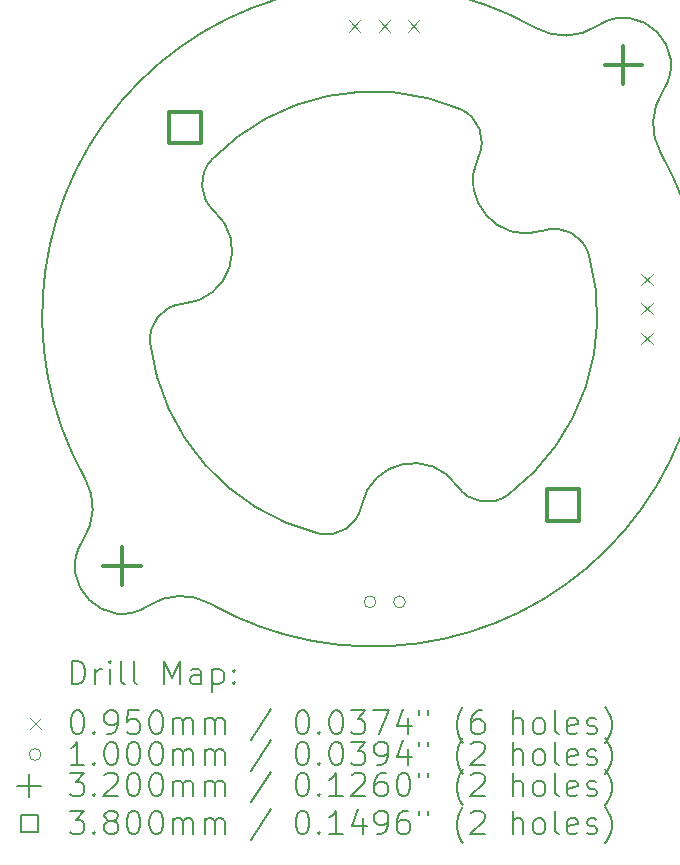
<source format=gbr>
%TF.GenerationSoftware,KiCad,Pcbnew,7.0.7*%
%TF.CreationDate,2023-12-27T16:52:28+01:00*%
%TF.ProjectId,Roborock-CPAP,526f626f-726f-4636-9b2d-435041502e6b,rev?*%
%TF.SameCoordinates,Original*%
%TF.FileFunction,Drillmap*%
%TF.FilePolarity,Positive*%
%FSLAX45Y45*%
G04 Gerber Fmt 4.5, Leading zero omitted, Abs format (unit mm)*
G04 Created by KiCad (PCBNEW 7.0.7) date 2023-12-27 16:52:28*
%MOMM*%
%LPD*%
G01*
G04 APERTURE LIST*
%ADD10C,0.200000*%
%ADD11C,0.095000*%
%ADD12C,0.100000*%
%ADD13C,0.320000*%
%ADD14C,0.380000*%
G04 APERTURE END LIST*
D10*
X14940784Y-11347419D02*
G75*
G03*
X15308351Y-11114863I73296J290909D01*
G01*
X16297546Y-8161733D02*
G75*
G03*
X16847507Y-8783769I405064J-196007D01*
G01*
X16144208Y-7754694D02*
G75*
G03*
X14041527Y-8181768I-739208J-1750306D01*
G01*
X12949982Y-11405760D02*
G75*
G03*
X12968034Y-10883840I-417122J275700D01*
G01*
X17860018Y-7604240D02*
G75*
G03*
X17841966Y-8126160I417122J-275700D01*
G01*
X12949983Y-11405761D02*
G75*
G03*
X13504239Y-11960017I333697J-220559D01*
G01*
X14041528Y-8181769D02*
G75*
G03*
X14059142Y-8616368I215282J-208931D01*
G01*
X14026160Y-11941966D02*
G75*
G03*
X17841966Y-8126160I1378840J2436966D01*
G01*
X16783839Y-7068036D02*
G75*
G03*
X17305761Y-7049983I246221J435176D01*
G01*
X17860017Y-7604239D02*
G75*
G03*
X17305761Y-7049983I-333697J220559D01*
G01*
X13795425Y-9403681D02*
G75*
G03*
X13519587Y-9739980I21855J-299199D01*
G01*
X17232693Y-8985813D02*
G75*
G03*
X16847507Y-8783769I-288583J-81977D01*
G01*
X16783840Y-7068035D02*
G75*
G03*
X12968035Y-10883840I-1378840J-2436965D01*
G01*
X16122044Y-10949592D02*
G75*
G03*
X15308351Y-11114863I-372284J-252798D01*
G01*
X16297539Y-8161730D02*
G75*
G03*
X16144208Y-7754694I-270049J130670D01*
G01*
X16551205Y-11020326D02*
G75*
G03*
X17232689Y-8985814I-1146206J1515326D01*
G01*
X14026161Y-11941964D02*
G75*
G03*
X13504239Y-11960017I-246221J-435176D01*
G01*
X13519586Y-9739980D02*
G75*
G03*
X14940784Y-11347418I1885414J234980D01*
G01*
X16122042Y-10949593D02*
G75*
G03*
X16551205Y-11020326I248188J168533D01*
G01*
X13795424Y-9403671D02*
G75*
G03*
X14059142Y-8616368I-32784J448801D01*
G01*
D11*
X15202500Y-7005000D02*
X15297500Y-7100000D01*
X15297500Y-7005000D02*
X15202500Y-7100000D01*
X15452500Y-7005000D02*
X15547500Y-7100000D01*
X15547500Y-7005000D02*
X15452500Y-7100000D01*
X15702500Y-7005000D02*
X15797500Y-7100000D01*
X15797500Y-7005000D02*
X15702500Y-7100000D01*
X17677500Y-9147500D02*
X17772500Y-9242500D01*
X17772500Y-9147500D02*
X17677500Y-9242500D01*
X17677500Y-9397500D02*
X17772500Y-9492500D01*
X17772500Y-9397500D02*
X17677500Y-9492500D01*
X17677500Y-9647500D02*
X17772500Y-9742500D01*
X17772500Y-9647500D02*
X17677500Y-9742500D01*
D12*
X15430000Y-11927500D02*
G75*
G03*
X15430000Y-11927500I-50000J0D01*
G01*
X15680000Y-11927500D02*
G75*
G03*
X15680000Y-11927500I-50000J0D01*
G01*
D13*
X13283680Y-11466320D02*
X13283680Y-11786320D01*
X13123680Y-11626320D02*
X13443680Y-11626320D01*
X17526320Y-7223680D02*
X17526320Y-7543680D01*
X17366320Y-7383680D02*
X17686320Y-7383680D01*
D14*
X13949352Y-8044352D02*
X13949352Y-7775648D01*
X13680648Y-7775648D01*
X13680648Y-8044352D01*
X13949352Y-8044352D01*
X17149352Y-11244352D02*
X17149352Y-10975648D01*
X16880648Y-10975648D01*
X16880648Y-11244352D01*
X17149352Y-11244352D01*
D10*
X12855777Y-12626484D02*
X12855777Y-12426484D01*
X12855777Y-12426484D02*
X12903396Y-12426484D01*
X12903396Y-12426484D02*
X12931967Y-12436008D01*
X12931967Y-12436008D02*
X12951015Y-12455055D01*
X12951015Y-12455055D02*
X12960539Y-12474103D01*
X12960539Y-12474103D02*
X12970062Y-12512198D01*
X12970062Y-12512198D02*
X12970062Y-12540770D01*
X12970062Y-12540770D02*
X12960539Y-12578865D01*
X12960539Y-12578865D02*
X12951015Y-12597912D01*
X12951015Y-12597912D02*
X12931967Y-12616960D01*
X12931967Y-12616960D02*
X12903396Y-12626484D01*
X12903396Y-12626484D02*
X12855777Y-12626484D01*
X13055777Y-12626484D02*
X13055777Y-12493150D01*
X13055777Y-12531246D02*
X13065301Y-12512198D01*
X13065301Y-12512198D02*
X13074824Y-12502674D01*
X13074824Y-12502674D02*
X13093872Y-12493150D01*
X13093872Y-12493150D02*
X13112920Y-12493150D01*
X13179586Y-12626484D02*
X13179586Y-12493150D01*
X13179586Y-12426484D02*
X13170062Y-12436008D01*
X13170062Y-12436008D02*
X13179586Y-12445531D01*
X13179586Y-12445531D02*
X13189110Y-12436008D01*
X13189110Y-12436008D02*
X13179586Y-12426484D01*
X13179586Y-12426484D02*
X13179586Y-12445531D01*
X13303396Y-12626484D02*
X13284348Y-12616960D01*
X13284348Y-12616960D02*
X13274824Y-12597912D01*
X13274824Y-12597912D02*
X13274824Y-12426484D01*
X13408158Y-12626484D02*
X13389110Y-12616960D01*
X13389110Y-12616960D02*
X13379586Y-12597912D01*
X13379586Y-12597912D02*
X13379586Y-12426484D01*
X13636729Y-12626484D02*
X13636729Y-12426484D01*
X13636729Y-12426484D02*
X13703396Y-12569341D01*
X13703396Y-12569341D02*
X13770062Y-12426484D01*
X13770062Y-12426484D02*
X13770062Y-12626484D01*
X13951015Y-12626484D02*
X13951015Y-12521722D01*
X13951015Y-12521722D02*
X13941491Y-12502674D01*
X13941491Y-12502674D02*
X13922443Y-12493150D01*
X13922443Y-12493150D02*
X13884348Y-12493150D01*
X13884348Y-12493150D02*
X13865301Y-12502674D01*
X13951015Y-12616960D02*
X13931967Y-12626484D01*
X13931967Y-12626484D02*
X13884348Y-12626484D01*
X13884348Y-12626484D02*
X13865301Y-12616960D01*
X13865301Y-12616960D02*
X13855777Y-12597912D01*
X13855777Y-12597912D02*
X13855777Y-12578865D01*
X13855777Y-12578865D02*
X13865301Y-12559817D01*
X13865301Y-12559817D02*
X13884348Y-12550293D01*
X13884348Y-12550293D02*
X13931967Y-12550293D01*
X13931967Y-12550293D02*
X13951015Y-12540770D01*
X14046253Y-12493150D02*
X14046253Y-12693150D01*
X14046253Y-12502674D02*
X14065301Y-12493150D01*
X14065301Y-12493150D02*
X14103396Y-12493150D01*
X14103396Y-12493150D02*
X14122443Y-12502674D01*
X14122443Y-12502674D02*
X14131967Y-12512198D01*
X14131967Y-12512198D02*
X14141491Y-12531246D01*
X14141491Y-12531246D02*
X14141491Y-12588389D01*
X14141491Y-12588389D02*
X14131967Y-12607436D01*
X14131967Y-12607436D02*
X14122443Y-12616960D01*
X14122443Y-12616960D02*
X14103396Y-12626484D01*
X14103396Y-12626484D02*
X14065301Y-12626484D01*
X14065301Y-12626484D02*
X14046253Y-12616960D01*
X14227205Y-12607436D02*
X14236729Y-12616960D01*
X14236729Y-12616960D02*
X14227205Y-12626484D01*
X14227205Y-12626484D02*
X14217682Y-12616960D01*
X14217682Y-12616960D02*
X14227205Y-12607436D01*
X14227205Y-12607436D02*
X14227205Y-12626484D01*
X14227205Y-12502674D02*
X14236729Y-12512198D01*
X14236729Y-12512198D02*
X14227205Y-12521722D01*
X14227205Y-12521722D02*
X14217682Y-12512198D01*
X14217682Y-12512198D02*
X14227205Y-12502674D01*
X14227205Y-12502674D02*
X14227205Y-12521722D01*
D11*
X12500000Y-12907500D02*
X12595000Y-13002500D01*
X12595000Y-12907500D02*
X12500000Y-13002500D01*
D10*
X12893872Y-12846484D02*
X12912920Y-12846484D01*
X12912920Y-12846484D02*
X12931967Y-12856008D01*
X12931967Y-12856008D02*
X12941491Y-12865531D01*
X12941491Y-12865531D02*
X12951015Y-12884579D01*
X12951015Y-12884579D02*
X12960539Y-12922674D01*
X12960539Y-12922674D02*
X12960539Y-12970293D01*
X12960539Y-12970293D02*
X12951015Y-13008389D01*
X12951015Y-13008389D02*
X12941491Y-13027436D01*
X12941491Y-13027436D02*
X12931967Y-13036960D01*
X12931967Y-13036960D02*
X12912920Y-13046484D01*
X12912920Y-13046484D02*
X12893872Y-13046484D01*
X12893872Y-13046484D02*
X12874824Y-13036960D01*
X12874824Y-13036960D02*
X12865301Y-13027436D01*
X12865301Y-13027436D02*
X12855777Y-13008389D01*
X12855777Y-13008389D02*
X12846253Y-12970293D01*
X12846253Y-12970293D02*
X12846253Y-12922674D01*
X12846253Y-12922674D02*
X12855777Y-12884579D01*
X12855777Y-12884579D02*
X12865301Y-12865531D01*
X12865301Y-12865531D02*
X12874824Y-12856008D01*
X12874824Y-12856008D02*
X12893872Y-12846484D01*
X13046253Y-13027436D02*
X13055777Y-13036960D01*
X13055777Y-13036960D02*
X13046253Y-13046484D01*
X13046253Y-13046484D02*
X13036729Y-13036960D01*
X13036729Y-13036960D02*
X13046253Y-13027436D01*
X13046253Y-13027436D02*
X13046253Y-13046484D01*
X13151015Y-13046484D02*
X13189110Y-13046484D01*
X13189110Y-13046484D02*
X13208158Y-13036960D01*
X13208158Y-13036960D02*
X13217682Y-13027436D01*
X13217682Y-13027436D02*
X13236729Y-12998865D01*
X13236729Y-12998865D02*
X13246253Y-12960770D01*
X13246253Y-12960770D02*
X13246253Y-12884579D01*
X13246253Y-12884579D02*
X13236729Y-12865531D01*
X13236729Y-12865531D02*
X13227205Y-12856008D01*
X13227205Y-12856008D02*
X13208158Y-12846484D01*
X13208158Y-12846484D02*
X13170062Y-12846484D01*
X13170062Y-12846484D02*
X13151015Y-12856008D01*
X13151015Y-12856008D02*
X13141491Y-12865531D01*
X13141491Y-12865531D02*
X13131967Y-12884579D01*
X13131967Y-12884579D02*
X13131967Y-12932198D01*
X13131967Y-12932198D02*
X13141491Y-12951246D01*
X13141491Y-12951246D02*
X13151015Y-12960770D01*
X13151015Y-12960770D02*
X13170062Y-12970293D01*
X13170062Y-12970293D02*
X13208158Y-12970293D01*
X13208158Y-12970293D02*
X13227205Y-12960770D01*
X13227205Y-12960770D02*
X13236729Y-12951246D01*
X13236729Y-12951246D02*
X13246253Y-12932198D01*
X13427205Y-12846484D02*
X13331967Y-12846484D01*
X13331967Y-12846484D02*
X13322443Y-12941722D01*
X13322443Y-12941722D02*
X13331967Y-12932198D01*
X13331967Y-12932198D02*
X13351015Y-12922674D01*
X13351015Y-12922674D02*
X13398634Y-12922674D01*
X13398634Y-12922674D02*
X13417682Y-12932198D01*
X13417682Y-12932198D02*
X13427205Y-12941722D01*
X13427205Y-12941722D02*
X13436729Y-12960770D01*
X13436729Y-12960770D02*
X13436729Y-13008389D01*
X13436729Y-13008389D02*
X13427205Y-13027436D01*
X13427205Y-13027436D02*
X13417682Y-13036960D01*
X13417682Y-13036960D02*
X13398634Y-13046484D01*
X13398634Y-13046484D02*
X13351015Y-13046484D01*
X13351015Y-13046484D02*
X13331967Y-13036960D01*
X13331967Y-13036960D02*
X13322443Y-13027436D01*
X13560539Y-12846484D02*
X13579586Y-12846484D01*
X13579586Y-12846484D02*
X13598634Y-12856008D01*
X13598634Y-12856008D02*
X13608158Y-12865531D01*
X13608158Y-12865531D02*
X13617682Y-12884579D01*
X13617682Y-12884579D02*
X13627205Y-12922674D01*
X13627205Y-12922674D02*
X13627205Y-12970293D01*
X13627205Y-12970293D02*
X13617682Y-13008389D01*
X13617682Y-13008389D02*
X13608158Y-13027436D01*
X13608158Y-13027436D02*
X13598634Y-13036960D01*
X13598634Y-13036960D02*
X13579586Y-13046484D01*
X13579586Y-13046484D02*
X13560539Y-13046484D01*
X13560539Y-13046484D02*
X13541491Y-13036960D01*
X13541491Y-13036960D02*
X13531967Y-13027436D01*
X13531967Y-13027436D02*
X13522443Y-13008389D01*
X13522443Y-13008389D02*
X13512920Y-12970293D01*
X13512920Y-12970293D02*
X13512920Y-12922674D01*
X13512920Y-12922674D02*
X13522443Y-12884579D01*
X13522443Y-12884579D02*
X13531967Y-12865531D01*
X13531967Y-12865531D02*
X13541491Y-12856008D01*
X13541491Y-12856008D02*
X13560539Y-12846484D01*
X13712920Y-13046484D02*
X13712920Y-12913150D01*
X13712920Y-12932198D02*
X13722443Y-12922674D01*
X13722443Y-12922674D02*
X13741491Y-12913150D01*
X13741491Y-12913150D02*
X13770063Y-12913150D01*
X13770063Y-12913150D02*
X13789110Y-12922674D01*
X13789110Y-12922674D02*
X13798634Y-12941722D01*
X13798634Y-12941722D02*
X13798634Y-13046484D01*
X13798634Y-12941722D02*
X13808158Y-12922674D01*
X13808158Y-12922674D02*
X13827205Y-12913150D01*
X13827205Y-12913150D02*
X13855777Y-12913150D01*
X13855777Y-12913150D02*
X13874824Y-12922674D01*
X13874824Y-12922674D02*
X13884348Y-12941722D01*
X13884348Y-12941722D02*
X13884348Y-13046484D01*
X13979586Y-13046484D02*
X13979586Y-12913150D01*
X13979586Y-12932198D02*
X13989110Y-12922674D01*
X13989110Y-12922674D02*
X14008158Y-12913150D01*
X14008158Y-12913150D02*
X14036729Y-12913150D01*
X14036729Y-12913150D02*
X14055777Y-12922674D01*
X14055777Y-12922674D02*
X14065301Y-12941722D01*
X14065301Y-12941722D02*
X14065301Y-13046484D01*
X14065301Y-12941722D02*
X14074824Y-12922674D01*
X14074824Y-12922674D02*
X14093872Y-12913150D01*
X14093872Y-12913150D02*
X14122443Y-12913150D01*
X14122443Y-12913150D02*
X14141491Y-12922674D01*
X14141491Y-12922674D02*
X14151015Y-12941722D01*
X14151015Y-12941722D02*
X14151015Y-13046484D01*
X14541491Y-12836960D02*
X14370063Y-13094103D01*
X14798634Y-12846484D02*
X14817682Y-12846484D01*
X14817682Y-12846484D02*
X14836729Y-12856008D01*
X14836729Y-12856008D02*
X14846253Y-12865531D01*
X14846253Y-12865531D02*
X14855777Y-12884579D01*
X14855777Y-12884579D02*
X14865301Y-12922674D01*
X14865301Y-12922674D02*
X14865301Y-12970293D01*
X14865301Y-12970293D02*
X14855777Y-13008389D01*
X14855777Y-13008389D02*
X14846253Y-13027436D01*
X14846253Y-13027436D02*
X14836729Y-13036960D01*
X14836729Y-13036960D02*
X14817682Y-13046484D01*
X14817682Y-13046484D02*
X14798634Y-13046484D01*
X14798634Y-13046484D02*
X14779586Y-13036960D01*
X14779586Y-13036960D02*
X14770063Y-13027436D01*
X14770063Y-13027436D02*
X14760539Y-13008389D01*
X14760539Y-13008389D02*
X14751015Y-12970293D01*
X14751015Y-12970293D02*
X14751015Y-12922674D01*
X14751015Y-12922674D02*
X14760539Y-12884579D01*
X14760539Y-12884579D02*
X14770063Y-12865531D01*
X14770063Y-12865531D02*
X14779586Y-12856008D01*
X14779586Y-12856008D02*
X14798634Y-12846484D01*
X14951015Y-13027436D02*
X14960539Y-13036960D01*
X14960539Y-13036960D02*
X14951015Y-13046484D01*
X14951015Y-13046484D02*
X14941491Y-13036960D01*
X14941491Y-13036960D02*
X14951015Y-13027436D01*
X14951015Y-13027436D02*
X14951015Y-13046484D01*
X15084348Y-12846484D02*
X15103396Y-12846484D01*
X15103396Y-12846484D02*
X15122444Y-12856008D01*
X15122444Y-12856008D02*
X15131967Y-12865531D01*
X15131967Y-12865531D02*
X15141491Y-12884579D01*
X15141491Y-12884579D02*
X15151015Y-12922674D01*
X15151015Y-12922674D02*
X15151015Y-12970293D01*
X15151015Y-12970293D02*
X15141491Y-13008389D01*
X15141491Y-13008389D02*
X15131967Y-13027436D01*
X15131967Y-13027436D02*
X15122444Y-13036960D01*
X15122444Y-13036960D02*
X15103396Y-13046484D01*
X15103396Y-13046484D02*
X15084348Y-13046484D01*
X15084348Y-13046484D02*
X15065301Y-13036960D01*
X15065301Y-13036960D02*
X15055777Y-13027436D01*
X15055777Y-13027436D02*
X15046253Y-13008389D01*
X15046253Y-13008389D02*
X15036729Y-12970293D01*
X15036729Y-12970293D02*
X15036729Y-12922674D01*
X15036729Y-12922674D02*
X15046253Y-12884579D01*
X15046253Y-12884579D02*
X15055777Y-12865531D01*
X15055777Y-12865531D02*
X15065301Y-12856008D01*
X15065301Y-12856008D02*
X15084348Y-12846484D01*
X15217682Y-12846484D02*
X15341491Y-12846484D01*
X15341491Y-12846484D02*
X15274825Y-12922674D01*
X15274825Y-12922674D02*
X15303396Y-12922674D01*
X15303396Y-12922674D02*
X15322444Y-12932198D01*
X15322444Y-12932198D02*
X15331967Y-12941722D01*
X15331967Y-12941722D02*
X15341491Y-12960770D01*
X15341491Y-12960770D02*
X15341491Y-13008389D01*
X15341491Y-13008389D02*
X15331967Y-13027436D01*
X15331967Y-13027436D02*
X15322444Y-13036960D01*
X15322444Y-13036960D02*
X15303396Y-13046484D01*
X15303396Y-13046484D02*
X15246253Y-13046484D01*
X15246253Y-13046484D02*
X15227206Y-13036960D01*
X15227206Y-13036960D02*
X15217682Y-13027436D01*
X15408158Y-12846484D02*
X15541491Y-12846484D01*
X15541491Y-12846484D02*
X15455777Y-13046484D01*
X15703396Y-12913150D02*
X15703396Y-13046484D01*
X15655777Y-12836960D02*
X15608158Y-12979817D01*
X15608158Y-12979817D02*
X15731967Y-12979817D01*
X15798634Y-12846484D02*
X15798634Y-12884579D01*
X15874825Y-12846484D02*
X15874825Y-12884579D01*
X16170063Y-13122674D02*
X16160539Y-13113150D01*
X16160539Y-13113150D02*
X16141491Y-13084579D01*
X16141491Y-13084579D02*
X16131968Y-13065531D01*
X16131968Y-13065531D02*
X16122444Y-13036960D01*
X16122444Y-13036960D02*
X16112920Y-12989341D01*
X16112920Y-12989341D02*
X16112920Y-12951246D01*
X16112920Y-12951246D02*
X16122444Y-12903627D01*
X16122444Y-12903627D02*
X16131968Y-12875055D01*
X16131968Y-12875055D02*
X16141491Y-12856008D01*
X16141491Y-12856008D02*
X16160539Y-12827436D01*
X16160539Y-12827436D02*
X16170063Y-12817912D01*
X16331968Y-12846484D02*
X16293872Y-12846484D01*
X16293872Y-12846484D02*
X16274825Y-12856008D01*
X16274825Y-12856008D02*
X16265301Y-12865531D01*
X16265301Y-12865531D02*
X16246253Y-12894103D01*
X16246253Y-12894103D02*
X16236729Y-12932198D01*
X16236729Y-12932198D02*
X16236729Y-13008389D01*
X16236729Y-13008389D02*
X16246253Y-13027436D01*
X16246253Y-13027436D02*
X16255777Y-13036960D01*
X16255777Y-13036960D02*
X16274825Y-13046484D01*
X16274825Y-13046484D02*
X16312920Y-13046484D01*
X16312920Y-13046484D02*
X16331968Y-13036960D01*
X16331968Y-13036960D02*
X16341491Y-13027436D01*
X16341491Y-13027436D02*
X16351015Y-13008389D01*
X16351015Y-13008389D02*
X16351015Y-12960770D01*
X16351015Y-12960770D02*
X16341491Y-12941722D01*
X16341491Y-12941722D02*
X16331968Y-12932198D01*
X16331968Y-12932198D02*
X16312920Y-12922674D01*
X16312920Y-12922674D02*
X16274825Y-12922674D01*
X16274825Y-12922674D02*
X16255777Y-12932198D01*
X16255777Y-12932198D02*
X16246253Y-12941722D01*
X16246253Y-12941722D02*
X16236729Y-12960770D01*
X16589110Y-13046484D02*
X16589110Y-12846484D01*
X16674825Y-13046484D02*
X16674825Y-12941722D01*
X16674825Y-12941722D02*
X16665301Y-12922674D01*
X16665301Y-12922674D02*
X16646253Y-12913150D01*
X16646253Y-12913150D02*
X16617682Y-12913150D01*
X16617682Y-12913150D02*
X16598634Y-12922674D01*
X16598634Y-12922674D02*
X16589110Y-12932198D01*
X16798634Y-13046484D02*
X16779587Y-13036960D01*
X16779587Y-13036960D02*
X16770063Y-13027436D01*
X16770063Y-13027436D02*
X16760539Y-13008389D01*
X16760539Y-13008389D02*
X16760539Y-12951246D01*
X16760539Y-12951246D02*
X16770063Y-12932198D01*
X16770063Y-12932198D02*
X16779587Y-12922674D01*
X16779587Y-12922674D02*
X16798634Y-12913150D01*
X16798634Y-12913150D02*
X16827206Y-12913150D01*
X16827206Y-12913150D02*
X16846253Y-12922674D01*
X16846253Y-12922674D02*
X16855777Y-12932198D01*
X16855777Y-12932198D02*
X16865301Y-12951246D01*
X16865301Y-12951246D02*
X16865301Y-13008389D01*
X16865301Y-13008389D02*
X16855777Y-13027436D01*
X16855777Y-13027436D02*
X16846253Y-13036960D01*
X16846253Y-13036960D02*
X16827206Y-13046484D01*
X16827206Y-13046484D02*
X16798634Y-13046484D01*
X16979587Y-13046484D02*
X16960539Y-13036960D01*
X16960539Y-13036960D02*
X16951015Y-13017912D01*
X16951015Y-13017912D02*
X16951015Y-12846484D01*
X17131968Y-13036960D02*
X17112920Y-13046484D01*
X17112920Y-13046484D02*
X17074825Y-13046484D01*
X17074825Y-13046484D02*
X17055777Y-13036960D01*
X17055777Y-13036960D02*
X17046253Y-13017912D01*
X17046253Y-13017912D02*
X17046253Y-12941722D01*
X17046253Y-12941722D02*
X17055777Y-12922674D01*
X17055777Y-12922674D02*
X17074825Y-12913150D01*
X17074825Y-12913150D02*
X17112920Y-12913150D01*
X17112920Y-12913150D02*
X17131968Y-12922674D01*
X17131968Y-12922674D02*
X17141492Y-12941722D01*
X17141492Y-12941722D02*
X17141492Y-12960770D01*
X17141492Y-12960770D02*
X17046253Y-12979817D01*
X17217682Y-13036960D02*
X17236730Y-13046484D01*
X17236730Y-13046484D02*
X17274825Y-13046484D01*
X17274825Y-13046484D02*
X17293873Y-13036960D01*
X17293873Y-13036960D02*
X17303396Y-13017912D01*
X17303396Y-13017912D02*
X17303396Y-13008389D01*
X17303396Y-13008389D02*
X17293873Y-12989341D01*
X17293873Y-12989341D02*
X17274825Y-12979817D01*
X17274825Y-12979817D02*
X17246253Y-12979817D01*
X17246253Y-12979817D02*
X17227206Y-12970293D01*
X17227206Y-12970293D02*
X17217682Y-12951246D01*
X17217682Y-12951246D02*
X17217682Y-12941722D01*
X17217682Y-12941722D02*
X17227206Y-12922674D01*
X17227206Y-12922674D02*
X17246253Y-12913150D01*
X17246253Y-12913150D02*
X17274825Y-12913150D01*
X17274825Y-12913150D02*
X17293873Y-12922674D01*
X17370063Y-13122674D02*
X17379587Y-13113150D01*
X17379587Y-13113150D02*
X17398634Y-13084579D01*
X17398634Y-13084579D02*
X17408158Y-13065531D01*
X17408158Y-13065531D02*
X17417682Y-13036960D01*
X17417682Y-13036960D02*
X17427206Y-12989341D01*
X17427206Y-12989341D02*
X17427206Y-12951246D01*
X17427206Y-12951246D02*
X17417682Y-12903627D01*
X17417682Y-12903627D02*
X17408158Y-12875055D01*
X17408158Y-12875055D02*
X17398634Y-12856008D01*
X17398634Y-12856008D02*
X17379587Y-12827436D01*
X17379587Y-12827436D02*
X17370063Y-12817912D01*
D12*
X12595000Y-13219000D02*
G75*
G03*
X12595000Y-13219000I-50000J0D01*
G01*
D10*
X12960539Y-13310484D02*
X12846253Y-13310484D01*
X12903396Y-13310484D02*
X12903396Y-13110484D01*
X12903396Y-13110484D02*
X12884348Y-13139055D01*
X12884348Y-13139055D02*
X12865301Y-13158103D01*
X12865301Y-13158103D02*
X12846253Y-13167627D01*
X13046253Y-13291436D02*
X13055777Y-13300960D01*
X13055777Y-13300960D02*
X13046253Y-13310484D01*
X13046253Y-13310484D02*
X13036729Y-13300960D01*
X13036729Y-13300960D02*
X13046253Y-13291436D01*
X13046253Y-13291436D02*
X13046253Y-13310484D01*
X13179586Y-13110484D02*
X13198634Y-13110484D01*
X13198634Y-13110484D02*
X13217682Y-13120008D01*
X13217682Y-13120008D02*
X13227205Y-13129531D01*
X13227205Y-13129531D02*
X13236729Y-13148579D01*
X13236729Y-13148579D02*
X13246253Y-13186674D01*
X13246253Y-13186674D02*
X13246253Y-13234293D01*
X13246253Y-13234293D02*
X13236729Y-13272389D01*
X13236729Y-13272389D02*
X13227205Y-13291436D01*
X13227205Y-13291436D02*
X13217682Y-13300960D01*
X13217682Y-13300960D02*
X13198634Y-13310484D01*
X13198634Y-13310484D02*
X13179586Y-13310484D01*
X13179586Y-13310484D02*
X13160539Y-13300960D01*
X13160539Y-13300960D02*
X13151015Y-13291436D01*
X13151015Y-13291436D02*
X13141491Y-13272389D01*
X13141491Y-13272389D02*
X13131967Y-13234293D01*
X13131967Y-13234293D02*
X13131967Y-13186674D01*
X13131967Y-13186674D02*
X13141491Y-13148579D01*
X13141491Y-13148579D02*
X13151015Y-13129531D01*
X13151015Y-13129531D02*
X13160539Y-13120008D01*
X13160539Y-13120008D02*
X13179586Y-13110484D01*
X13370062Y-13110484D02*
X13389110Y-13110484D01*
X13389110Y-13110484D02*
X13408158Y-13120008D01*
X13408158Y-13120008D02*
X13417682Y-13129531D01*
X13417682Y-13129531D02*
X13427205Y-13148579D01*
X13427205Y-13148579D02*
X13436729Y-13186674D01*
X13436729Y-13186674D02*
X13436729Y-13234293D01*
X13436729Y-13234293D02*
X13427205Y-13272389D01*
X13427205Y-13272389D02*
X13417682Y-13291436D01*
X13417682Y-13291436D02*
X13408158Y-13300960D01*
X13408158Y-13300960D02*
X13389110Y-13310484D01*
X13389110Y-13310484D02*
X13370062Y-13310484D01*
X13370062Y-13310484D02*
X13351015Y-13300960D01*
X13351015Y-13300960D02*
X13341491Y-13291436D01*
X13341491Y-13291436D02*
X13331967Y-13272389D01*
X13331967Y-13272389D02*
X13322443Y-13234293D01*
X13322443Y-13234293D02*
X13322443Y-13186674D01*
X13322443Y-13186674D02*
X13331967Y-13148579D01*
X13331967Y-13148579D02*
X13341491Y-13129531D01*
X13341491Y-13129531D02*
X13351015Y-13120008D01*
X13351015Y-13120008D02*
X13370062Y-13110484D01*
X13560539Y-13110484D02*
X13579586Y-13110484D01*
X13579586Y-13110484D02*
X13598634Y-13120008D01*
X13598634Y-13120008D02*
X13608158Y-13129531D01*
X13608158Y-13129531D02*
X13617682Y-13148579D01*
X13617682Y-13148579D02*
X13627205Y-13186674D01*
X13627205Y-13186674D02*
X13627205Y-13234293D01*
X13627205Y-13234293D02*
X13617682Y-13272389D01*
X13617682Y-13272389D02*
X13608158Y-13291436D01*
X13608158Y-13291436D02*
X13598634Y-13300960D01*
X13598634Y-13300960D02*
X13579586Y-13310484D01*
X13579586Y-13310484D02*
X13560539Y-13310484D01*
X13560539Y-13310484D02*
X13541491Y-13300960D01*
X13541491Y-13300960D02*
X13531967Y-13291436D01*
X13531967Y-13291436D02*
X13522443Y-13272389D01*
X13522443Y-13272389D02*
X13512920Y-13234293D01*
X13512920Y-13234293D02*
X13512920Y-13186674D01*
X13512920Y-13186674D02*
X13522443Y-13148579D01*
X13522443Y-13148579D02*
X13531967Y-13129531D01*
X13531967Y-13129531D02*
X13541491Y-13120008D01*
X13541491Y-13120008D02*
X13560539Y-13110484D01*
X13712920Y-13310484D02*
X13712920Y-13177150D01*
X13712920Y-13196198D02*
X13722443Y-13186674D01*
X13722443Y-13186674D02*
X13741491Y-13177150D01*
X13741491Y-13177150D02*
X13770063Y-13177150D01*
X13770063Y-13177150D02*
X13789110Y-13186674D01*
X13789110Y-13186674D02*
X13798634Y-13205722D01*
X13798634Y-13205722D02*
X13798634Y-13310484D01*
X13798634Y-13205722D02*
X13808158Y-13186674D01*
X13808158Y-13186674D02*
X13827205Y-13177150D01*
X13827205Y-13177150D02*
X13855777Y-13177150D01*
X13855777Y-13177150D02*
X13874824Y-13186674D01*
X13874824Y-13186674D02*
X13884348Y-13205722D01*
X13884348Y-13205722D02*
X13884348Y-13310484D01*
X13979586Y-13310484D02*
X13979586Y-13177150D01*
X13979586Y-13196198D02*
X13989110Y-13186674D01*
X13989110Y-13186674D02*
X14008158Y-13177150D01*
X14008158Y-13177150D02*
X14036729Y-13177150D01*
X14036729Y-13177150D02*
X14055777Y-13186674D01*
X14055777Y-13186674D02*
X14065301Y-13205722D01*
X14065301Y-13205722D02*
X14065301Y-13310484D01*
X14065301Y-13205722D02*
X14074824Y-13186674D01*
X14074824Y-13186674D02*
X14093872Y-13177150D01*
X14093872Y-13177150D02*
X14122443Y-13177150D01*
X14122443Y-13177150D02*
X14141491Y-13186674D01*
X14141491Y-13186674D02*
X14151015Y-13205722D01*
X14151015Y-13205722D02*
X14151015Y-13310484D01*
X14541491Y-13100960D02*
X14370063Y-13358103D01*
X14798634Y-13110484D02*
X14817682Y-13110484D01*
X14817682Y-13110484D02*
X14836729Y-13120008D01*
X14836729Y-13120008D02*
X14846253Y-13129531D01*
X14846253Y-13129531D02*
X14855777Y-13148579D01*
X14855777Y-13148579D02*
X14865301Y-13186674D01*
X14865301Y-13186674D02*
X14865301Y-13234293D01*
X14865301Y-13234293D02*
X14855777Y-13272389D01*
X14855777Y-13272389D02*
X14846253Y-13291436D01*
X14846253Y-13291436D02*
X14836729Y-13300960D01*
X14836729Y-13300960D02*
X14817682Y-13310484D01*
X14817682Y-13310484D02*
X14798634Y-13310484D01*
X14798634Y-13310484D02*
X14779586Y-13300960D01*
X14779586Y-13300960D02*
X14770063Y-13291436D01*
X14770063Y-13291436D02*
X14760539Y-13272389D01*
X14760539Y-13272389D02*
X14751015Y-13234293D01*
X14751015Y-13234293D02*
X14751015Y-13186674D01*
X14751015Y-13186674D02*
X14760539Y-13148579D01*
X14760539Y-13148579D02*
X14770063Y-13129531D01*
X14770063Y-13129531D02*
X14779586Y-13120008D01*
X14779586Y-13120008D02*
X14798634Y-13110484D01*
X14951015Y-13291436D02*
X14960539Y-13300960D01*
X14960539Y-13300960D02*
X14951015Y-13310484D01*
X14951015Y-13310484D02*
X14941491Y-13300960D01*
X14941491Y-13300960D02*
X14951015Y-13291436D01*
X14951015Y-13291436D02*
X14951015Y-13310484D01*
X15084348Y-13110484D02*
X15103396Y-13110484D01*
X15103396Y-13110484D02*
X15122444Y-13120008D01*
X15122444Y-13120008D02*
X15131967Y-13129531D01*
X15131967Y-13129531D02*
X15141491Y-13148579D01*
X15141491Y-13148579D02*
X15151015Y-13186674D01*
X15151015Y-13186674D02*
X15151015Y-13234293D01*
X15151015Y-13234293D02*
X15141491Y-13272389D01*
X15141491Y-13272389D02*
X15131967Y-13291436D01*
X15131967Y-13291436D02*
X15122444Y-13300960D01*
X15122444Y-13300960D02*
X15103396Y-13310484D01*
X15103396Y-13310484D02*
X15084348Y-13310484D01*
X15084348Y-13310484D02*
X15065301Y-13300960D01*
X15065301Y-13300960D02*
X15055777Y-13291436D01*
X15055777Y-13291436D02*
X15046253Y-13272389D01*
X15046253Y-13272389D02*
X15036729Y-13234293D01*
X15036729Y-13234293D02*
X15036729Y-13186674D01*
X15036729Y-13186674D02*
X15046253Y-13148579D01*
X15046253Y-13148579D02*
X15055777Y-13129531D01*
X15055777Y-13129531D02*
X15065301Y-13120008D01*
X15065301Y-13120008D02*
X15084348Y-13110484D01*
X15217682Y-13110484D02*
X15341491Y-13110484D01*
X15341491Y-13110484D02*
X15274825Y-13186674D01*
X15274825Y-13186674D02*
X15303396Y-13186674D01*
X15303396Y-13186674D02*
X15322444Y-13196198D01*
X15322444Y-13196198D02*
X15331967Y-13205722D01*
X15331967Y-13205722D02*
X15341491Y-13224770D01*
X15341491Y-13224770D02*
X15341491Y-13272389D01*
X15341491Y-13272389D02*
X15331967Y-13291436D01*
X15331967Y-13291436D02*
X15322444Y-13300960D01*
X15322444Y-13300960D02*
X15303396Y-13310484D01*
X15303396Y-13310484D02*
X15246253Y-13310484D01*
X15246253Y-13310484D02*
X15227206Y-13300960D01*
X15227206Y-13300960D02*
X15217682Y-13291436D01*
X15436729Y-13310484D02*
X15474825Y-13310484D01*
X15474825Y-13310484D02*
X15493872Y-13300960D01*
X15493872Y-13300960D02*
X15503396Y-13291436D01*
X15503396Y-13291436D02*
X15522444Y-13262865D01*
X15522444Y-13262865D02*
X15531967Y-13224770D01*
X15531967Y-13224770D02*
X15531967Y-13148579D01*
X15531967Y-13148579D02*
X15522444Y-13129531D01*
X15522444Y-13129531D02*
X15512920Y-13120008D01*
X15512920Y-13120008D02*
X15493872Y-13110484D01*
X15493872Y-13110484D02*
X15455777Y-13110484D01*
X15455777Y-13110484D02*
X15436729Y-13120008D01*
X15436729Y-13120008D02*
X15427206Y-13129531D01*
X15427206Y-13129531D02*
X15417682Y-13148579D01*
X15417682Y-13148579D02*
X15417682Y-13196198D01*
X15417682Y-13196198D02*
X15427206Y-13215246D01*
X15427206Y-13215246D02*
X15436729Y-13224770D01*
X15436729Y-13224770D02*
X15455777Y-13234293D01*
X15455777Y-13234293D02*
X15493872Y-13234293D01*
X15493872Y-13234293D02*
X15512920Y-13224770D01*
X15512920Y-13224770D02*
X15522444Y-13215246D01*
X15522444Y-13215246D02*
X15531967Y-13196198D01*
X15703396Y-13177150D02*
X15703396Y-13310484D01*
X15655777Y-13100960D02*
X15608158Y-13243817D01*
X15608158Y-13243817D02*
X15731967Y-13243817D01*
X15798634Y-13110484D02*
X15798634Y-13148579D01*
X15874825Y-13110484D02*
X15874825Y-13148579D01*
X16170063Y-13386674D02*
X16160539Y-13377150D01*
X16160539Y-13377150D02*
X16141491Y-13348579D01*
X16141491Y-13348579D02*
X16131968Y-13329531D01*
X16131968Y-13329531D02*
X16122444Y-13300960D01*
X16122444Y-13300960D02*
X16112920Y-13253341D01*
X16112920Y-13253341D02*
X16112920Y-13215246D01*
X16112920Y-13215246D02*
X16122444Y-13167627D01*
X16122444Y-13167627D02*
X16131968Y-13139055D01*
X16131968Y-13139055D02*
X16141491Y-13120008D01*
X16141491Y-13120008D02*
X16160539Y-13091436D01*
X16160539Y-13091436D02*
X16170063Y-13081912D01*
X16236729Y-13129531D02*
X16246253Y-13120008D01*
X16246253Y-13120008D02*
X16265301Y-13110484D01*
X16265301Y-13110484D02*
X16312920Y-13110484D01*
X16312920Y-13110484D02*
X16331968Y-13120008D01*
X16331968Y-13120008D02*
X16341491Y-13129531D01*
X16341491Y-13129531D02*
X16351015Y-13148579D01*
X16351015Y-13148579D02*
X16351015Y-13167627D01*
X16351015Y-13167627D02*
X16341491Y-13196198D01*
X16341491Y-13196198D02*
X16227206Y-13310484D01*
X16227206Y-13310484D02*
X16351015Y-13310484D01*
X16589110Y-13310484D02*
X16589110Y-13110484D01*
X16674825Y-13310484D02*
X16674825Y-13205722D01*
X16674825Y-13205722D02*
X16665301Y-13186674D01*
X16665301Y-13186674D02*
X16646253Y-13177150D01*
X16646253Y-13177150D02*
X16617682Y-13177150D01*
X16617682Y-13177150D02*
X16598634Y-13186674D01*
X16598634Y-13186674D02*
X16589110Y-13196198D01*
X16798634Y-13310484D02*
X16779587Y-13300960D01*
X16779587Y-13300960D02*
X16770063Y-13291436D01*
X16770063Y-13291436D02*
X16760539Y-13272389D01*
X16760539Y-13272389D02*
X16760539Y-13215246D01*
X16760539Y-13215246D02*
X16770063Y-13196198D01*
X16770063Y-13196198D02*
X16779587Y-13186674D01*
X16779587Y-13186674D02*
X16798634Y-13177150D01*
X16798634Y-13177150D02*
X16827206Y-13177150D01*
X16827206Y-13177150D02*
X16846253Y-13186674D01*
X16846253Y-13186674D02*
X16855777Y-13196198D01*
X16855777Y-13196198D02*
X16865301Y-13215246D01*
X16865301Y-13215246D02*
X16865301Y-13272389D01*
X16865301Y-13272389D02*
X16855777Y-13291436D01*
X16855777Y-13291436D02*
X16846253Y-13300960D01*
X16846253Y-13300960D02*
X16827206Y-13310484D01*
X16827206Y-13310484D02*
X16798634Y-13310484D01*
X16979587Y-13310484D02*
X16960539Y-13300960D01*
X16960539Y-13300960D02*
X16951015Y-13281912D01*
X16951015Y-13281912D02*
X16951015Y-13110484D01*
X17131968Y-13300960D02*
X17112920Y-13310484D01*
X17112920Y-13310484D02*
X17074825Y-13310484D01*
X17074825Y-13310484D02*
X17055777Y-13300960D01*
X17055777Y-13300960D02*
X17046253Y-13281912D01*
X17046253Y-13281912D02*
X17046253Y-13205722D01*
X17046253Y-13205722D02*
X17055777Y-13186674D01*
X17055777Y-13186674D02*
X17074825Y-13177150D01*
X17074825Y-13177150D02*
X17112920Y-13177150D01*
X17112920Y-13177150D02*
X17131968Y-13186674D01*
X17131968Y-13186674D02*
X17141492Y-13205722D01*
X17141492Y-13205722D02*
X17141492Y-13224770D01*
X17141492Y-13224770D02*
X17046253Y-13243817D01*
X17217682Y-13300960D02*
X17236730Y-13310484D01*
X17236730Y-13310484D02*
X17274825Y-13310484D01*
X17274825Y-13310484D02*
X17293873Y-13300960D01*
X17293873Y-13300960D02*
X17303396Y-13281912D01*
X17303396Y-13281912D02*
X17303396Y-13272389D01*
X17303396Y-13272389D02*
X17293873Y-13253341D01*
X17293873Y-13253341D02*
X17274825Y-13243817D01*
X17274825Y-13243817D02*
X17246253Y-13243817D01*
X17246253Y-13243817D02*
X17227206Y-13234293D01*
X17227206Y-13234293D02*
X17217682Y-13215246D01*
X17217682Y-13215246D02*
X17217682Y-13205722D01*
X17217682Y-13205722D02*
X17227206Y-13186674D01*
X17227206Y-13186674D02*
X17246253Y-13177150D01*
X17246253Y-13177150D02*
X17274825Y-13177150D01*
X17274825Y-13177150D02*
X17293873Y-13186674D01*
X17370063Y-13386674D02*
X17379587Y-13377150D01*
X17379587Y-13377150D02*
X17398634Y-13348579D01*
X17398634Y-13348579D02*
X17408158Y-13329531D01*
X17408158Y-13329531D02*
X17417682Y-13300960D01*
X17417682Y-13300960D02*
X17427206Y-13253341D01*
X17427206Y-13253341D02*
X17427206Y-13215246D01*
X17427206Y-13215246D02*
X17417682Y-13167627D01*
X17417682Y-13167627D02*
X17408158Y-13139055D01*
X17408158Y-13139055D02*
X17398634Y-13120008D01*
X17398634Y-13120008D02*
X17379587Y-13091436D01*
X17379587Y-13091436D02*
X17370063Y-13081912D01*
X12495000Y-13383000D02*
X12495000Y-13583000D01*
X12395000Y-13483000D02*
X12595000Y-13483000D01*
X12836729Y-13374484D02*
X12960539Y-13374484D01*
X12960539Y-13374484D02*
X12893872Y-13450674D01*
X12893872Y-13450674D02*
X12922443Y-13450674D01*
X12922443Y-13450674D02*
X12941491Y-13460198D01*
X12941491Y-13460198D02*
X12951015Y-13469722D01*
X12951015Y-13469722D02*
X12960539Y-13488770D01*
X12960539Y-13488770D02*
X12960539Y-13536389D01*
X12960539Y-13536389D02*
X12951015Y-13555436D01*
X12951015Y-13555436D02*
X12941491Y-13564960D01*
X12941491Y-13564960D02*
X12922443Y-13574484D01*
X12922443Y-13574484D02*
X12865301Y-13574484D01*
X12865301Y-13574484D02*
X12846253Y-13564960D01*
X12846253Y-13564960D02*
X12836729Y-13555436D01*
X13046253Y-13555436D02*
X13055777Y-13564960D01*
X13055777Y-13564960D02*
X13046253Y-13574484D01*
X13046253Y-13574484D02*
X13036729Y-13564960D01*
X13036729Y-13564960D02*
X13046253Y-13555436D01*
X13046253Y-13555436D02*
X13046253Y-13574484D01*
X13131967Y-13393531D02*
X13141491Y-13384008D01*
X13141491Y-13384008D02*
X13160539Y-13374484D01*
X13160539Y-13374484D02*
X13208158Y-13374484D01*
X13208158Y-13374484D02*
X13227205Y-13384008D01*
X13227205Y-13384008D02*
X13236729Y-13393531D01*
X13236729Y-13393531D02*
X13246253Y-13412579D01*
X13246253Y-13412579D02*
X13246253Y-13431627D01*
X13246253Y-13431627D02*
X13236729Y-13460198D01*
X13236729Y-13460198D02*
X13122443Y-13574484D01*
X13122443Y-13574484D02*
X13246253Y-13574484D01*
X13370062Y-13374484D02*
X13389110Y-13374484D01*
X13389110Y-13374484D02*
X13408158Y-13384008D01*
X13408158Y-13384008D02*
X13417682Y-13393531D01*
X13417682Y-13393531D02*
X13427205Y-13412579D01*
X13427205Y-13412579D02*
X13436729Y-13450674D01*
X13436729Y-13450674D02*
X13436729Y-13498293D01*
X13436729Y-13498293D02*
X13427205Y-13536389D01*
X13427205Y-13536389D02*
X13417682Y-13555436D01*
X13417682Y-13555436D02*
X13408158Y-13564960D01*
X13408158Y-13564960D02*
X13389110Y-13574484D01*
X13389110Y-13574484D02*
X13370062Y-13574484D01*
X13370062Y-13574484D02*
X13351015Y-13564960D01*
X13351015Y-13564960D02*
X13341491Y-13555436D01*
X13341491Y-13555436D02*
X13331967Y-13536389D01*
X13331967Y-13536389D02*
X13322443Y-13498293D01*
X13322443Y-13498293D02*
X13322443Y-13450674D01*
X13322443Y-13450674D02*
X13331967Y-13412579D01*
X13331967Y-13412579D02*
X13341491Y-13393531D01*
X13341491Y-13393531D02*
X13351015Y-13384008D01*
X13351015Y-13384008D02*
X13370062Y-13374484D01*
X13560539Y-13374484D02*
X13579586Y-13374484D01*
X13579586Y-13374484D02*
X13598634Y-13384008D01*
X13598634Y-13384008D02*
X13608158Y-13393531D01*
X13608158Y-13393531D02*
X13617682Y-13412579D01*
X13617682Y-13412579D02*
X13627205Y-13450674D01*
X13627205Y-13450674D02*
X13627205Y-13498293D01*
X13627205Y-13498293D02*
X13617682Y-13536389D01*
X13617682Y-13536389D02*
X13608158Y-13555436D01*
X13608158Y-13555436D02*
X13598634Y-13564960D01*
X13598634Y-13564960D02*
X13579586Y-13574484D01*
X13579586Y-13574484D02*
X13560539Y-13574484D01*
X13560539Y-13574484D02*
X13541491Y-13564960D01*
X13541491Y-13564960D02*
X13531967Y-13555436D01*
X13531967Y-13555436D02*
X13522443Y-13536389D01*
X13522443Y-13536389D02*
X13512920Y-13498293D01*
X13512920Y-13498293D02*
X13512920Y-13450674D01*
X13512920Y-13450674D02*
X13522443Y-13412579D01*
X13522443Y-13412579D02*
X13531967Y-13393531D01*
X13531967Y-13393531D02*
X13541491Y-13384008D01*
X13541491Y-13384008D02*
X13560539Y-13374484D01*
X13712920Y-13574484D02*
X13712920Y-13441150D01*
X13712920Y-13460198D02*
X13722443Y-13450674D01*
X13722443Y-13450674D02*
X13741491Y-13441150D01*
X13741491Y-13441150D02*
X13770063Y-13441150D01*
X13770063Y-13441150D02*
X13789110Y-13450674D01*
X13789110Y-13450674D02*
X13798634Y-13469722D01*
X13798634Y-13469722D02*
X13798634Y-13574484D01*
X13798634Y-13469722D02*
X13808158Y-13450674D01*
X13808158Y-13450674D02*
X13827205Y-13441150D01*
X13827205Y-13441150D02*
X13855777Y-13441150D01*
X13855777Y-13441150D02*
X13874824Y-13450674D01*
X13874824Y-13450674D02*
X13884348Y-13469722D01*
X13884348Y-13469722D02*
X13884348Y-13574484D01*
X13979586Y-13574484D02*
X13979586Y-13441150D01*
X13979586Y-13460198D02*
X13989110Y-13450674D01*
X13989110Y-13450674D02*
X14008158Y-13441150D01*
X14008158Y-13441150D02*
X14036729Y-13441150D01*
X14036729Y-13441150D02*
X14055777Y-13450674D01*
X14055777Y-13450674D02*
X14065301Y-13469722D01*
X14065301Y-13469722D02*
X14065301Y-13574484D01*
X14065301Y-13469722D02*
X14074824Y-13450674D01*
X14074824Y-13450674D02*
X14093872Y-13441150D01*
X14093872Y-13441150D02*
X14122443Y-13441150D01*
X14122443Y-13441150D02*
X14141491Y-13450674D01*
X14141491Y-13450674D02*
X14151015Y-13469722D01*
X14151015Y-13469722D02*
X14151015Y-13574484D01*
X14541491Y-13364960D02*
X14370063Y-13622103D01*
X14798634Y-13374484D02*
X14817682Y-13374484D01*
X14817682Y-13374484D02*
X14836729Y-13384008D01*
X14836729Y-13384008D02*
X14846253Y-13393531D01*
X14846253Y-13393531D02*
X14855777Y-13412579D01*
X14855777Y-13412579D02*
X14865301Y-13450674D01*
X14865301Y-13450674D02*
X14865301Y-13498293D01*
X14865301Y-13498293D02*
X14855777Y-13536389D01*
X14855777Y-13536389D02*
X14846253Y-13555436D01*
X14846253Y-13555436D02*
X14836729Y-13564960D01*
X14836729Y-13564960D02*
X14817682Y-13574484D01*
X14817682Y-13574484D02*
X14798634Y-13574484D01*
X14798634Y-13574484D02*
X14779586Y-13564960D01*
X14779586Y-13564960D02*
X14770063Y-13555436D01*
X14770063Y-13555436D02*
X14760539Y-13536389D01*
X14760539Y-13536389D02*
X14751015Y-13498293D01*
X14751015Y-13498293D02*
X14751015Y-13450674D01*
X14751015Y-13450674D02*
X14760539Y-13412579D01*
X14760539Y-13412579D02*
X14770063Y-13393531D01*
X14770063Y-13393531D02*
X14779586Y-13384008D01*
X14779586Y-13384008D02*
X14798634Y-13374484D01*
X14951015Y-13555436D02*
X14960539Y-13564960D01*
X14960539Y-13564960D02*
X14951015Y-13574484D01*
X14951015Y-13574484D02*
X14941491Y-13564960D01*
X14941491Y-13564960D02*
X14951015Y-13555436D01*
X14951015Y-13555436D02*
X14951015Y-13574484D01*
X15151015Y-13574484D02*
X15036729Y-13574484D01*
X15093872Y-13574484D02*
X15093872Y-13374484D01*
X15093872Y-13374484D02*
X15074825Y-13403055D01*
X15074825Y-13403055D02*
X15055777Y-13422103D01*
X15055777Y-13422103D02*
X15036729Y-13431627D01*
X15227206Y-13393531D02*
X15236729Y-13384008D01*
X15236729Y-13384008D02*
X15255777Y-13374484D01*
X15255777Y-13374484D02*
X15303396Y-13374484D01*
X15303396Y-13374484D02*
X15322444Y-13384008D01*
X15322444Y-13384008D02*
X15331967Y-13393531D01*
X15331967Y-13393531D02*
X15341491Y-13412579D01*
X15341491Y-13412579D02*
X15341491Y-13431627D01*
X15341491Y-13431627D02*
X15331967Y-13460198D01*
X15331967Y-13460198D02*
X15217682Y-13574484D01*
X15217682Y-13574484D02*
X15341491Y-13574484D01*
X15512920Y-13374484D02*
X15474825Y-13374484D01*
X15474825Y-13374484D02*
X15455777Y-13384008D01*
X15455777Y-13384008D02*
X15446253Y-13393531D01*
X15446253Y-13393531D02*
X15427206Y-13422103D01*
X15427206Y-13422103D02*
X15417682Y-13460198D01*
X15417682Y-13460198D02*
X15417682Y-13536389D01*
X15417682Y-13536389D02*
X15427206Y-13555436D01*
X15427206Y-13555436D02*
X15436729Y-13564960D01*
X15436729Y-13564960D02*
X15455777Y-13574484D01*
X15455777Y-13574484D02*
X15493872Y-13574484D01*
X15493872Y-13574484D02*
X15512920Y-13564960D01*
X15512920Y-13564960D02*
X15522444Y-13555436D01*
X15522444Y-13555436D02*
X15531967Y-13536389D01*
X15531967Y-13536389D02*
X15531967Y-13488770D01*
X15531967Y-13488770D02*
X15522444Y-13469722D01*
X15522444Y-13469722D02*
X15512920Y-13460198D01*
X15512920Y-13460198D02*
X15493872Y-13450674D01*
X15493872Y-13450674D02*
X15455777Y-13450674D01*
X15455777Y-13450674D02*
X15436729Y-13460198D01*
X15436729Y-13460198D02*
X15427206Y-13469722D01*
X15427206Y-13469722D02*
X15417682Y-13488770D01*
X15655777Y-13374484D02*
X15674825Y-13374484D01*
X15674825Y-13374484D02*
X15693872Y-13384008D01*
X15693872Y-13384008D02*
X15703396Y-13393531D01*
X15703396Y-13393531D02*
X15712920Y-13412579D01*
X15712920Y-13412579D02*
X15722444Y-13450674D01*
X15722444Y-13450674D02*
X15722444Y-13498293D01*
X15722444Y-13498293D02*
X15712920Y-13536389D01*
X15712920Y-13536389D02*
X15703396Y-13555436D01*
X15703396Y-13555436D02*
X15693872Y-13564960D01*
X15693872Y-13564960D02*
X15674825Y-13574484D01*
X15674825Y-13574484D02*
X15655777Y-13574484D01*
X15655777Y-13574484D02*
X15636729Y-13564960D01*
X15636729Y-13564960D02*
X15627206Y-13555436D01*
X15627206Y-13555436D02*
X15617682Y-13536389D01*
X15617682Y-13536389D02*
X15608158Y-13498293D01*
X15608158Y-13498293D02*
X15608158Y-13450674D01*
X15608158Y-13450674D02*
X15617682Y-13412579D01*
X15617682Y-13412579D02*
X15627206Y-13393531D01*
X15627206Y-13393531D02*
X15636729Y-13384008D01*
X15636729Y-13384008D02*
X15655777Y-13374484D01*
X15798634Y-13374484D02*
X15798634Y-13412579D01*
X15874825Y-13374484D02*
X15874825Y-13412579D01*
X16170063Y-13650674D02*
X16160539Y-13641150D01*
X16160539Y-13641150D02*
X16141491Y-13612579D01*
X16141491Y-13612579D02*
X16131968Y-13593531D01*
X16131968Y-13593531D02*
X16122444Y-13564960D01*
X16122444Y-13564960D02*
X16112920Y-13517341D01*
X16112920Y-13517341D02*
X16112920Y-13479246D01*
X16112920Y-13479246D02*
X16122444Y-13431627D01*
X16122444Y-13431627D02*
X16131968Y-13403055D01*
X16131968Y-13403055D02*
X16141491Y-13384008D01*
X16141491Y-13384008D02*
X16160539Y-13355436D01*
X16160539Y-13355436D02*
X16170063Y-13345912D01*
X16236729Y-13393531D02*
X16246253Y-13384008D01*
X16246253Y-13384008D02*
X16265301Y-13374484D01*
X16265301Y-13374484D02*
X16312920Y-13374484D01*
X16312920Y-13374484D02*
X16331968Y-13384008D01*
X16331968Y-13384008D02*
X16341491Y-13393531D01*
X16341491Y-13393531D02*
X16351015Y-13412579D01*
X16351015Y-13412579D02*
X16351015Y-13431627D01*
X16351015Y-13431627D02*
X16341491Y-13460198D01*
X16341491Y-13460198D02*
X16227206Y-13574484D01*
X16227206Y-13574484D02*
X16351015Y-13574484D01*
X16589110Y-13574484D02*
X16589110Y-13374484D01*
X16674825Y-13574484D02*
X16674825Y-13469722D01*
X16674825Y-13469722D02*
X16665301Y-13450674D01*
X16665301Y-13450674D02*
X16646253Y-13441150D01*
X16646253Y-13441150D02*
X16617682Y-13441150D01*
X16617682Y-13441150D02*
X16598634Y-13450674D01*
X16598634Y-13450674D02*
X16589110Y-13460198D01*
X16798634Y-13574484D02*
X16779587Y-13564960D01*
X16779587Y-13564960D02*
X16770063Y-13555436D01*
X16770063Y-13555436D02*
X16760539Y-13536389D01*
X16760539Y-13536389D02*
X16760539Y-13479246D01*
X16760539Y-13479246D02*
X16770063Y-13460198D01*
X16770063Y-13460198D02*
X16779587Y-13450674D01*
X16779587Y-13450674D02*
X16798634Y-13441150D01*
X16798634Y-13441150D02*
X16827206Y-13441150D01*
X16827206Y-13441150D02*
X16846253Y-13450674D01*
X16846253Y-13450674D02*
X16855777Y-13460198D01*
X16855777Y-13460198D02*
X16865301Y-13479246D01*
X16865301Y-13479246D02*
X16865301Y-13536389D01*
X16865301Y-13536389D02*
X16855777Y-13555436D01*
X16855777Y-13555436D02*
X16846253Y-13564960D01*
X16846253Y-13564960D02*
X16827206Y-13574484D01*
X16827206Y-13574484D02*
X16798634Y-13574484D01*
X16979587Y-13574484D02*
X16960539Y-13564960D01*
X16960539Y-13564960D02*
X16951015Y-13545912D01*
X16951015Y-13545912D02*
X16951015Y-13374484D01*
X17131968Y-13564960D02*
X17112920Y-13574484D01*
X17112920Y-13574484D02*
X17074825Y-13574484D01*
X17074825Y-13574484D02*
X17055777Y-13564960D01*
X17055777Y-13564960D02*
X17046253Y-13545912D01*
X17046253Y-13545912D02*
X17046253Y-13469722D01*
X17046253Y-13469722D02*
X17055777Y-13450674D01*
X17055777Y-13450674D02*
X17074825Y-13441150D01*
X17074825Y-13441150D02*
X17112920Y-13441150D01*
X17112920Y-13441150D02*
X17131968Y-13450674D01*
X17131968Y-13450674D02*
X17141492Y-13469722D01*
X17141492Y-13469722D02*
X17141492Y-13488770D01*
X17141492Y-13488770D02*
X17046253Y-13507817D01*
X17217682Y-13564960D02*
X17236730Y-13574484D01*
X17236730Y-13574484D02*
X17274825Y-13574484D01*
X17274825Y-13574484D02*
X17293873Y-13564960D01*
X17293873Y-13564960D02*
X17303396Y-13545912D01*
X17303396Y-13545912D02*
X17303396Y-13536389D01*
X17303396Y-13536389D02*
X17293873Y-13517341D01*
X17293873Y-13517341D02*
X17274825Y-13507817D01*
X17274825Y-13507817D02*
X17246253Y-13507817D01*
X17246253Y-13507817D02*
X17227206Y-13498293D01*
X17227206Y-13498293D02*
X17217682Y-13479246D01*
X17217682Y-13479246D02*
X17217682Y-13469722D01*
X17217682Y-13469722D02*
X17227206Y-13450674D01*
X17227206Y-13450674D02*
X17246253Y-13441150D01*
X17246253Y-13441150D02*
X17274825Y-13441150D01*
X17274825Y-13441150D02*
X17293873Y-13450674D01*
X17370063Y-13650674D02*
X17379587Y-13641150D01*
X17379587Y-13641150D02*
X17398634Y-13612579D01*
X17398634Y-13612579D02*
X17408158Y-13593531D01*
X17408158Y-13593531D02*
X17417682Y-13564960D01*
X17417682Y-13564960D02*
X17427206Y-13517341D01*
X17427206Y-13517341D02*
X17427206Y-13479246D01*
X17427206Y-13479246D02*
X17417682Y-13431627D01*
X17417682Y-13431627D02*
X17408158Y-13403055D01*
X17408158Y-13403055D02*
X17398634Y-13384008D01*
X17398634Y-13384008D02*
X17379587Y-13355436D01*
X17379587Y-13355436D02*
X17370063Y-13345912D01*
X12565711Y-13873711D02*
X12565711Y-13732289D01*
X12424289Y-13732289D01*
X12424289Y-13873711D01*
X12565711Y-13873711D01*
X12836729Y-13694484D02*
X12960539Y-13694484D01*
X12960539Y-13694484D02*
X12893872Y-13770674D01*
X12893872Y-13770674D02*
X12922443Y-13770674D01*
X12922443Y-13770674D02*
X12941491Y-13780198D01*
X12941491Y-13780198D02*
X12951015Y-13789722D01*
X12951015Y-13789722D02*
X12960539Y-13808770D01*
X12960539Y-13808770D02*
X12960539Y-13856389D01*
X12960539Y-13856389D02*
X12951015Y-13875436D01*
X12951015Y-13875436D02*
X12941491Y-13884960D01*
X12941491Y-13884960D02*
X12922443Y-13894484D01*
X12922443Y-13894484D02*
X12865301Y-13894484D01*
X12865301Y-13894484D02*
X12846253Y-13884960D01*
X12846253Y-13884960D02*
X12836729Y-13875436D01*
X13046253Y-13875436D02*
X13055777Y-13884960D01*
X13055777Y-13884960D02*
X13046253Y-13894484D01*
X13046253Y-13894484D02*
X13036729Y-13884960D01*
X13036729Y-13884960D02*
X13046253Y-13875436D01*
X13046253Y-13875436D02*
X13046253Y-13894484D01*
X13170062Y-13780198D02*
X13151015Y-13770674D01*
X13151015Y-13770674D02*
X13141491Y-13761150D01*
X13141491Y-13761150D02*
X13131967Y-13742103D01*
X13131967Y-13742103D02*
X13131967Y-13732579D01*
X13131967Y-13732579D02*
X13141491Y-13713531D01*
X13141491Y-13713531D02*
X13151015Y-13704008D01*
X13151015Y-13704008D02*
X13170062Y-13694484D01*
X13170062Y-13694484D02*
X13208158Y-13694484D01*
X13208158Y-13694484D02*
X13227205Y-13704008D01*
X13227205Y-13704008D02*
X13236729Y-13713531D01*
X13236729Y-13713531D02*
X13246253Y-13732579D01*
X13246253Y-13732579D02*
X13246253Y-13742103D01*
X13246253Y-13742103D02*
X13236729Y-13761150D01*
X13236729Y-13761150D02*
X13227205Y-13770674D01*
X13227205Y-13770674D02*
X13208158Y-13780198D01*
X13208158Y-13780198D02*
X13170062Y-13780198D01*
X13170062Y-13780198D02*
X13151015Y-13789722D01*
X13151015Y-13789722D02*
X13141491Y-13799246D01*
X13141491Y-13799246D02*
X13131967Y-13818293D01*
X13131967Y-13818293D02*
X13131967Y-13856389D01*
X13131967Y-13856389D02*
X13141491Y-13875436D01*
X13141491Y-13875436D02*
X13151015Y-13884960D01*
X13151015Y-13884960D02*
X13170062Y-13894484D01*
X13170062Y-13894484D02*
X13208158Y-13894484D01*
X13208158Y-13894484D02*
X13227205Y-13884960D01*
X13227205Y-13884960D02*
X13236729Y-13875436D01*
X13236729Y-13875436D02*
X13246253Y-13856389D01*
X13246253Y-13856389D02*
X13246253Y-13818293D01*
X13246253Y-13818293D02*
X13236729Y-13799246D01*
X13236729Y-13799246D02*
X13227205Y-13789722D01*
X13227205Y-13789722D02*
X13208158Y-13780198D01*
X13370062Y-13694484D02*
X13389110Y-13694484D01*
X13389110Y-13694484D02*
X13408158Y-13704008D01*
X13408158Y-13704008D02*
X13417682Y-13713531D01*
X13417682Y-13713531D02*
X13427205Y-13732579D01*
X13427205Y-13732579D02*
X13436729Y-13770674D01*
X13436729Y-13770674D02*
X13436729Y-13818293D01*
X13436729Y-13818293D02*
X13427205Y-13856389D01*
X13427205Y-13856389D02*
X13417682Y-13875436D01*
X13417682Y-13875436D02*
X13408158Y-13884960D01*
X13408158Y-13884960D02*
X13389110Y-13894484D01*
X13389110Y-13894484D02*
X13370062Y-13894484D01*
X13370062Y-13894484D02*
X13351015Y-13884960D01*
X13351015Y-13884960D02*
X13341491Y-13875436D01*
X13341491Y-13875436D02*
X13331967Y-13856389D01*
X13331967Y-13856389D02*
X13322443Y-13818293D01*
X13322443Y-13818293D02*
X13322443Y-13770674D01*
X13322443Y-13770674D02*
X13331967Y-13732579D01*
X13331967Y-13732579D02*
X13341491Y-13713531D01*
X13341491Y-13713531D02*
X13351015Y-13704008D01*
X13351015Y-13704008D02*
X13370062Y-13694484D01*
X13560539Y-13694484D02*
X13579586Y-13694484D01*
X13579586Y-13694484D02*
X13598634Y-13704008D01*
X13598634Y-13704008D02*
X13608158Y-13713531D01*
X13608158Y-13713531D02*
X13617682Y-13732579D01*
X13617682Y-13732579D02*
X13627205Y-13770674D01*
X13627205Y-13770674D02*
X13627205Y-13818293D01*
X13627205Y-13818293D02*
X13617682Y-13856389D01*
X13617682Y-13856389D02*
X13608158Y-13875436D01*
X13608158Y-13875436D02*
X13598634Y-13884960D01*
X13598634Y-13884960D02*
X13579586Y-13894484D01*
X13579586Y-13894484D02*
X13560539Y-13894484D01*
X13560539Y-13894484D02*
X13541491Y-13884960D01*
X13541491Y-13884960D02*
X13531967Y-13875436D01*
X13531967Y-13875436D02*
X13522443Y-13856389D01*
X13522443Y-13856389D02*
X13512920Y-13818293D01*
X13512920Y-13818293D02*
X13512920Y-13770674D01*
X13512920Y-13770674D02*
X13522443Y-13732579D01*
X13522443Y-13732579D02*
X13531967Y-13713531D01*
X13531967Y-13713531D02*
X13541491Y-13704008D01*
X13541491Y-13704008D02*
X13560539Y-13694484D01*
X13712920Y-13894484D02*
X13712920Y-13761150D01*
X13712920Y-13780198D02*
X13722443Y-13770674D01*
X13722443Y-13770674D02*
X13741491Y-13761150D01*
X13741491Y-13761150D02*
X13770063Y-13761150D01*
X13770063Y-13761150D02*
X13789110Y-13770674D01*
X13789110Y-13770674D02*
X13798634Y-13789722D01*
X13798634Y-13789722D02*
X13798634Y-13894484D01*
X13798634Y-13789722D02*
X13808158Y-13770674D01*
X13808158Y-13770674D02*
X13827205Y-13761150D01*
X13827205Y-13761150D02*
X13855777Y-13761150D01*
X13855777Y-13761150D02*
X13874824Y-13770674D01*
X13874824Y-13770674D02*
X13884348Y-13789722D01*
X13884348Y-13789722D02*
X13884348Y-13894484D01*
X13979586Y-13894484D02*
X13979586Y-13761150D01*
X13979586Y-13780198D02*
X13989110Y-13770674D01*
X13989110Y-13770674D02*
X14008158Y-13761150D01*
X14008158Y-13761150D02*
X14036729Y-13761150D01*
X14036729Y-13761150D02*
X14055777Y-13770674D01*
X14055777Y-13770674D02*
X14065301Y-13789722D01*
X14065301Y-13789722D02*
X14065301Y-13894484D01*
X14065301Y-13789722D02*
X14074824Y-13770674D01*
X14074824Y-13770674D02*
X14093872Y-13761150D01*
X14093872Y-13761150D02*
X14122443Y-13761150D01*
X14122443Y-13761150D02*
X14141491Y-13770674D01*
X14141491Y-13770674D02*
X14151015Y-13789722D01*
X14151015Y-13789722D02*
X14151015Y-13894484D01*
X14541491Y-13684960D02*
X14370063Y-13942103D01*
X14798634Y-13694484D02*
X14817682Y-13694484D01*
X14817682Y-13694484D02*
X14836729Y-13704008D01*
X14836729Y-13704008D02*
X14846253Y-13713531D01*
X14846253Y-13713531D02*
X14855777Y-13732579D01*
X14855777Y-13732579D02*
X14865301Y-13770674D01*
X14865301Y-13770674D02*
X14865301Y-13818293D01*
X14865301Y-13818293D02*
X14855777Y-13856389D01*
X14855777Y-13856389D02*
X14846253Y-13875436D01*
X14846253Y-13875436D02*
X14836729Y-13884960D01*
X14836729Y-13884960D02*
X14817682Y-13894484D01*
X14817682Y-13894484D02*
X14798634Y-13894484D01*
X14798634Y-13894484D02*
X14779586Y-13884960D01*
X14779586Y-13884960D02*
X14770063Y-13875436D01*
X14770063Y-13875436D02*
X14760539Y-13856389D01*
X14760539Y-13856389D02*
X14751015Y-13818293D01*
X14751015Y-13818293D02*
X14751015Y-13770674D01*
X14751015Y-13770674D02*
X14760539Y-13732579D01*
X14760539Y-13732579D02*
X14770063Y-13713531D01*
X14770063Y-13713531D02*
X14779586Y-13704008D01*
X14779586Y-13704008D02*
X14798634Y-13694484D01*
X14951015Y-13875436D02*
X14960539Y-13884960D01*
X14960539Y-13884960D02*
X14951015Y-13894484D01*
X14951015Y-13894484D02*
X14941491Y-13884960D01*
X14941491Y-13884960D02*
X14951015Y-13875436D01*
X14951015Y-13875436D02*
X14951015Y-13894484D01*
X15151015Y-13894484D02*
X15036729Y-13894484D01*
X15093872Y-13894484D02*
X15093872Y-13694484D01*
X15093872Y-13694484D02*
X15074825Y-13723055D01*
X15074825Y-13723055D02*
X15055777Y-13742103D01*
X15055777Y-13742103D02*
X15036729Y-13751627D01*
X15322444Y-13761150D02*
X15322444Y-13894484D01*
X15274825Y-13684960D02*
X15227206Y-13827817D01*
X15227206Y-13827817D02*
X15351015Y-13827817D01*
X15436729Y-13894484D02*
X15474825Y-13894484D01*
X15474825Y-13894484D02*
X15493872Y-13884960D01*
X15493872Y-13884960D02*
X15503396Y-13875436D01*
X15503396Y-13875436D02*
X15522444Y-13846865D01*
X15522444Y-13846865D02*
X15531967Y-13808770D01*
X15531967Y-13808770D02*
X15531967Y-13732579D01*
X15531967Y-13732579D02*
X15522444Y-13713531D01*
X15522444Y-13713531D02*
X15512920Y-13704008D01*
X15512920Y-13704008D02*
X15493872Y-13694484D01*
X15493872Y-13694484D02*
X15455777Y-13694484D01*
X15455777Y-13694484D02*
X15436729Y-13704008D01*
X15436729Y-13704008D02*
X15427206Y-13713531D01*
X15427206Y-13713531D02*
X15417682Y-13732579D01*
X15417682Y-13732579D02*
X15417682Y-13780198D01*
X15417682Y-13780198D02*
X15427206Y-13799246D01*
X15427206Y-13799246D02*
X15436729Y-13808770D01*
X15436729Y-13808770D02*
X15455777Y-13818293D01*
X15455777Y-13818293D02*
X15493872Y-13818293D01*
X15493872Y-13818293D02*
X15512920Y-13808770D01*
X15512920Y-13808770D02*
X15522444Y-13799246D01*
X15522444Y-13799246D02*
X15531967Y-13780198D01*
X15703396Y-13694484D02*
X15665301Y-13694484D01*
X15665301Y-13694484D02*
X15646253Y-13704008D01*
X15646253Y-13704008D02*
X15636729Y-13713531D01*
X15636729Y-13713531D02*
X15617682Y-13742103D01*
X15617682Y-13742103D02*
X15608158Y-13780198D01*
X15608158Y-13780198D02*
X15608158Y-13856389D01*
X15608158Y-13856389D02*
X15617682Y-13875436D01*
X15617682Y-13875436D02*
X15627206Y-13884960D01*
X15627206Y-13884960D02*
X15646253Y-13894484D01*
X15646253Y-13894484D02*
X15684348Y-13894484D01*
X15684348Y-13894484D02*
X15703396Y-13884960D01*
X15703396Y-13884960D02*
X15712920Y-13875436D01*
X15712920Y-13875436D02*
X15722444Y-13856389D01*
X15722444Y-13856389D02*
X15722444Y-13808770D01*
X15722444Y-13808770D02*
X15712920Y-13789722D01*
X15712920Y-13789722D02*
X15703396Y-13780198D01*
X15703396Y-13780198D02*
X15684348Y-13770674D01*
X15684348Y-13770674D02*
X15646253Y-13770674D01*
X15646253Y-13770674D02*
X15627206Y-13780198D01*
X15627206Y-13780198D02*
X15617682Y-13789722D01*
X15617682Y-13789722D02*
X15608158Y-13808770D01*
X15798634Y-13694484D02*
X15798634Y-13732579D01*
X15874825Y-13694484D02*
X15874825Y-13732579D01*
X16170063Y-13970674D02*
X16160539Y-13961150D01*
X16160539Y-13961150D02*
X16141491Y-13932579D01*
X16141491Y-13932579D02*
X16131968Y-13913531D01*
X16131968Y-13913531D02*
X16122444Y-13884960D01*
X16122444Y-13884960D02*
X16112920Y-13837341D01*
X16112920Y-13837341D02*
X16112920Y-13799246D01*
X16112920Y-13799246D02*
X16122444Y-13751627D01*
X16122444Y-13751627D02*
X16131968Y-13723055D01*
X16131968Y-13723055D02*
X16141491Y-13704008D01*
X16141491Y-13704008D02*
X16160539Y-13675436D01*
X16160539Y-13675436D02*
X16170063Y-13665912D01*
X16236729Y-13713531D02*
X16246253Y-13704008D01*
X16246253Y-13704008D02*
X16265301Y-13694484D01*
X16265301Y-13694484D02*
X16312920Y-13694484D01*
X16312920Y-13694484D02*
X16331968Y-13704008D01*
X16331968Y-13704008D02*
X16341491Y-13713531D01*
X16341491Y-13713531D02*
X16351015Y-13732579D01*
X16351015Y-13732579D02*
X16351015Y-13751627D01*
X16351015Y-13751627D02*
X16341491Y-13780198D01*
X16341491Y-13780198D02*
X16227206Y-13894484D01*
X16227206Y-13894484D02*
X16351015Y-13894484D01*
X16589110Y-13894484D02*
X16589110Y-13694484D01*
X16674825Y-13894484D02*
X16674825Y-13789722D01*
X16674825Y-13789722D02*
X16665301Y-13770674D01*
X16665301Y-13770674D02*
X16646253Y-13761150D01*
X16646253Y-13761150D02*
X16617682Y-13761150D01*
X16617682Y-13761150D02*
X16598634Y-13770674D01*
X16598634Y-13770674D02*
X16589110Y-13780198D01*
X16798634Y-13894484D02*
X16779587Y-13884960D01*
X16779587Y-13884960D02*
X16770063Y-13875436D01*
X16770063Y-13875436D02*
X16760539Y-13856389D01*
X16760539Y-13856389D02*
X16760539Y-13799246D01*
X16760539Y-13799246D02*
X16770063Y-13780198D01*
X16770063Y-13780198D02*
X16779587Y-13770674D01*
X16779587Y-13770674D02*
X16798634Y-13761150D01*
X16798634Y-13761150D02*
X16827206Y-13761150D01*
X16827206Y-13761150D02*
X16846253Y-13770674D01*
X16846253Y-13770674D02*
X16855777Y-13780198D01*
X16855777Y-13780198D02*
X16865301Y-13799246D01*
X16865301Y-13799246D02*
X16865301Y-13856389D01*
X16865301Y-13856389D02*
X16855777Y-13875436D01*
X16855777Y-13875436D02*
X16846253Y-13884960D01*
X16846253Y-13884960D02*
X16827206Y-13894484D01*
X16827206Y-13894484D02*
X16798634Y-13894484D01*
X16979587Y-13894484D02*
X16960539Y-13884960D01*
X16960539Y-13884960D02*
X16951015Y-13865912D01*
X16951015Y-13865912D02*
X16951015Y-13694484D01*
X17131968Y-13884960D02*
X17112920Y-13894484D01*
X17112920Y-13894484D02*
X17074825Y-13894484D01*
X17074825Y-13894484D02*
X17055777Y-13884960D01*
X17055777Y-13884960D02*
X17046253Y-13865912D01*
X17046253Y-13865912D02*
X17046253Y-13789722D01*
X17046253Y-13789722D02*
X17055777Y-13770674D01*
X17055777Y-13770674D02*
X17074825Y-13761150D01*
X17074825Y-13761150D02*
X17112920Y-13761150D01*
X17112920Y-13761150D02*
X17131968Y-13770674D01*
X17131968Y-13770674D02*
X17141492Y-13789722D01*
X17141492Y-13789722D02*
X17141492Y-13808770D01*
X17141492Y-13808770D02*
X17046253Y-13827817D01*
X17217682Y-13884960D02*
X17236730Y-13894484D01*
X17236730Y-13894484D02*
X17274825Y-13894484D01*
X17274825Y-13894484D02*
X17293873Y-13884960D01*
X17293873Y-13884960D02*
X17303396Y-13865912D01*
X17303396Y-13865912D02*
X17303396Y-13856389D01*
X17303396Y-13856389D02*
X17293873Y-13837341D01*
X17293873Y-13837341D02*
X17274825Y-13827817D01*
X17274825Y-13827817D02*
X17246253Y-13827817D01*
X17246253Y-13827817D02*
X17227206Y-13818293D01*
X17227206Y-13818293D02*
X17217682Y-13799246D01*
X17217682Y-13799246D02*
X17217682Y-13789722D01*
X17217682Y-13789722D02*
X17227206Y-13770674D01*
X17227206Y-13770674D02*
X17246253Y-13761150D01*
X17246253Y-13761150D02*
X17274825Y-13761150D01*
X17274825Y-13761150D02*
X17293873Y-13770674D01*
X17370063Y-13970674D02*
X17379587Y-13961150D01*
X17379587Y-13961150D02*
X17398634Y-13932579D01*
X17398634Y-13932579D02*
X17408158Y-13913531D01*
X17408158Y-13913531D02*
X17417682Y-13884960D01*
X17417682Y-13884960D02*
X17427206Y-13837341D01*
X17427206Y-13837341D02*
X17427206Y-13799246D01*
X17427206Y-13799246D02*
X17417682Y-13751627D01*
X17417682Y-13751627D02*
X17408158Y-13723055D01*
X17408158Y-13723055D02*
X17398634Y-13704008D01*
X17398634Y-13704008D02*
X17379587Y-13675436D01*
X17379587Y-13675436D02*
X17370063Y-13665912D01*
M02*

</source>
